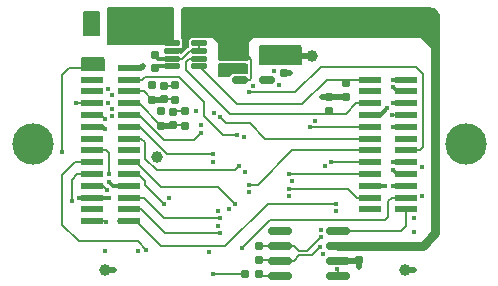
<source format=gbr>
%TF.GenerationSoftware,KiCad,Pcbnew,8.0.0*%
%TF.CreationDate,2024-09-22T13:18:53-04:00*%
%TF.ProjectId,MiniCarrierBoard,4d696e69-4361-4727-9269-6572426f6172,rev?*%
%TF.SameCoordinates,Original*%
%TF.FileFunction,Copper,L1,Top*%
%TF.FilePolarity,Positive*%
%FSLAX46Y46*%
G04 Gerber Fmt 4.6, Leading zero omitted, Abs format (unit mm)*
G04 Created by KiCad (PCBNEW 8.0.0) date 2024-09-22 13:18:53*
%MOMM*%
%LPD*%
G01*
G04 APERTURE LIST*
G04 Aperture macros list*
%AMRoundRect*
0 Rectangle with rounded corners*
0 $1 Rounding radius*
0 $2 $3 $4 $5 $6 $7 $8 $9 X,Y pos of 4 corners*
0 Add a 4 corners polygon primitive as box body*
4,1,4,$2,$3,$4,$5,$6,$7,$8,$9,$2,$3,0*
0 Add four circle primitives for the rounded corners*
1,1,$1+$1,$2,$3*
1,1,$1+$1,$4,$5*
1,1,$1+$1,$6,$7*
1,1,$1+$1,$8,$9*
0 Add four rect primitives between the rounded corners*
20,1,$1+$1,$2,$3,$4,$5,0*
20,1,$1+$1,$4,$5,$6,$7,0*
20,1,$1+$1,$6,$7,$8,$9,0*
20,1,$1+$1,$8,$9,$2,$3,0*%
G04 Aperture macros list end*
%TA.AperFunction,SMDPad,CuDef*%
%ADD10RoundRect,0.160000X-0.160000X0.197500X-0.160000X-0.197500X0.160000X-0.197500X0.160000X0.197500X0*%
%TD*%
%TA.AperFunction,ComponentPad*%
%ADD11C,3.500000*%
%TD*%
%TA.AperFunction,SMDPad,CuDef*%
%ADD12C,1.000000*%
%TD*%
%TA.AperFunction,SMDPad,CuDef*%
%ADD13RoundRect,0.155000X-0.155000X0.212500X-0.155000X-0.212500X0.155000X-0.212500X0.155000X0.212500X0*%
%TD*%
%TA.AperFunction,SMDPad,CuDef*%
%ADD14RoundRect,0.125000X-0.537500X-0.125000X0.537500X-0.125000X0.537500X0.125000X-0.537500X0.125000X0*%
%TD*%
%TA.AperFunction,SMDPad,CuDef*%
%ADD15R,1.850000X0.500000*%
%TD*%
%TA.AperFunction,SMDPad,CuDef*%
%ADD16RoundRect,0.160000X0.160000X-0.197500X0.160000X0.197500X-0.160000X0.197500X-0.160000X-0.197500X0*%
%TD*%
%TA.AperFunction,SMDPad,CuDef*%
%ADD17RoundRect,0.155000X0.155000X-0.212500X0.155000X0.212500X-0.155000X0.212500X-0.155000X-0.212500X0*%
%TD*%
%TA.AperFunction,SMDPad,CuDef*%
%ADD18RoundRect,0.250000X0.337500X0.475000X-0.337500X0.475000X-0.337500X-0.475000X0.337500X-0.475000X0*%
%TD*%
%TA.AperFunction,SMDPad,CuDef*%
%ADD19RoundRect,0.250000X0.400000X0.625000X-0.400000X0.625000X-0.400000X-0.625000X0.400000X-0.625000X0*%
%TD*%
%TA.AperFunction,SMDPad,CuDef*%
%ADD20RoundRect,0.150000X-0.512500X-0.150000X0.512500X-0.150000X0.512500X0.150000X-0.512500X0.150000X0*%
%TD*%
%TA.AperFunction,SMDPad,CuDef*%
%ADD21RoundRect,0.150000X0.825000X0.150000X-0.825000X0.150000X-0.825000X-0.150000X0.825000X-0.150000X0*%
%TD*%
%TA.AperFunction,SMDPad,CuDef*%
%ADD22RoundRect,0.160000X0.197500X0.160000X-0.197500X0.160000X-0.197500X-0.160000X0.197500X-0.160000X0*%
%TD*%
%TA.AperFunction,ViaPad*%
%ADD23C,0.450000*%
%TD*%
%TA.AperFunction,ViaPad*%
%ADD24C,1.000000*%
%TD*%
%TA.AperFunction,Conductor*%
%ADD25C,0.800000*%
%TD*%
%TA.AperFunction,Conductor*%
%ADD26C,0.200000*%
%TD*%
%TA.AperFunction,Conductor*%
%ADD27C,0.500000*%
%TD*%
%TA.AperFunction,Conductor*%
%ADD28C,0.300000*%
%TD*%
G04 APERTURE END LIST*
D10*
%TO.P,R7,1*%
%TO.N,Net-(J6-Pin_3)*%
X94000000Y-95602500D03*
%TO.P,R7,2*%
%TO.N,PC0{slash}ADC1_IN10*%
X94000000Y-96797500D03*
%TD*%
D11*
%TO.P,H2,1,1*%
%TO.N,GND*%
X83900000Y-100600000D03*
%TD*%
D12*
%TO.P,TP4,1,1*%
%TO.N,+3V3*%
X107600000Y-93100000D03*
%TD*%
D13*
%TO.P,C2,1*%
%TO.N,+3V3*%
X105200000Y-93432500D03*
%TO.P,C2,2*%
%TO.N,GND*%
X105200000Y-94567500D03*
%TD*%
D14*
%TO.P,U3,1,IN+*%
%TO.N,Net-(J6-Pin_1)*%
X95725000Y-92025000D03*
%TO.P,U3,2,IN-*%
%TO.N,+5V*%
X95725000Y-92675000D03*
%TO.P,U3,3,GND*%
%TO.N,GND*%
X95725000Y-93325000D03*
%TO.P,U3,4,VS*%
%TO.N,+3V3*%
X95725000Y-93975000D03*
%TO.P,U3,5,SCL*%
%TO.N,PB8{slash}I2C1_SCL*%
X98000000Y-93975000D03*
%TO.P,U3,6,SDA*%
%TO.N,PB9{slash}I2C1_SDA*%
X98000000Y-93325000D03*
%TO.P,U3,7,A0*%
%TO.N,GND*%
X98000000Y-92675000D03*
%TO.P,U3,8,A1*%
X98000000Y-92025000D03*
%TD*%
D15*
%TO.P,J1,1,Pin_1*%
%TO.N,PB7{slash}TIM4_CH2*%
X115525000Y-95100000D03*
%TO.P,J1,2,Pin_2*%
%TO.N,PB8{slash}I2C1_SCL*%
X112475000Y-95100000D03*
%TO.P,J1,3,Pin_3*%
%TO.N,GND*%
X115525000Y-96100000D03*
%TO.P,J1,4,Pin_4*%
%TO.N,/BOOT0*%
X112475000Y-96100000D03*
%TO.P,J1,5,Pin_5*%
%TO.N,GND*%
X115525000Y-97100000D03*
%TO.P,J1,6,Pin_6*%
%TO.N,PB9{slash}I2C1_SDA*%
X112475000Y-97100000D03*
%TO.P,J1,7,Pin_7*%
%TO.N,PB14{slash}SPI2_MISO*%
X115525000Y-98100000D03*
%TO.P,J1,8,Pin_8*%
%TO.N,GND*%
X112475000Y-98100000D03*
%TO.P,J1,9,Pin_9*%
X115525000Y-99100000D03*
%TO.P,J1,10,Pin_10*%
%TO.N,PB6{slash}CAN2_TX*%
X112475000Y-99100000D03*
%TO.P,J1,11,Pin_11*%
%TO.N,/BOOT1*%
X115525000Y-100100000D03*
%TO.P,J1,12,Pin_12*%
%TO.N,SWO*%
X112475000Y-100100000D03*
%TO.P,J1,13,Pin_13*%
%TO.N,SWCLK*%
X115525000Y-101100000D03*
%TO.P,J1,14,Pin_14*%
%TO.N,PA15{slash}TIM2_CH1*%
X112475000Y-101100000D03*
%TO.P,J1,15,Pin_15*%
%TO.N,PA10{slash}USART1_RX*%
X115525000Y-102100000D03*
%TO.P,J1,16,Pin_16*%
%TO.N,SWDIO*%
X112475000Y-102100000D03*
%TO.P,J1,17,Pin_17*%
%TO.N,GND*%
X115525000Y-103100000D03*
%TO.P,J1,18,Pin_18*%
%TO.N,PC7{slash}USART6_RX*%
X112475000Y-103100000D03*
%TO.P,J1,19,Pin_19*%
%TO.N,PA9{slash}USART1_TX*%
X115525000Y-104100000D03*
%TO.P,J1,20,Pin_20*%
%TO.N,GND*%
X112475000Y-104100000D03*
%TO.P,J1,21,Pin_21*%
%TO.N,PA8{slash}TIM1_CH1*%
X115525000Y-105100000D03*
%TO.P,J1,22,Pin_22*%
%TO.N,PC6{slash}USART6_TX*%
X112475000Y-105100000D03*
%TO.P,J1,23,Pin_23*%
%TO.N,PB12{slash}CAN2_RX*%
X115525000Y-106100000D03*
%TO.P,J1,24,Pin_24*%
%TO.N,PB15{slash}SPI2_MOSI*%
X112475000Y-106100000D03*
%TD*%
D16*
%TO.P,R4,1*%
%TO.N,+3V3*%
X110400000Y-96597500D03*
%TO.P,R4,2*%
%TO.N,PB8{slash}I2C1_SCL*%
X110400000Y-95402500D03*
%TD*%
D17*
%TO.P,C10,1*%
%TO.N,PC2{slash}ADC1_IN12*%
X95800000Y-98967500D03*
%TO.P,C10,2*%
%TO.N,GND*%
X95800000Y-97832500D03*
%TD*%
D12*
%TO.P,TP1,1,1*%
%TO.N,+5V*%
X100800000Y-90000000D03*
%TD*%
%TO.P,TP2,1,1*%
%TO.N,GND*%
X90000000Y-111200000D03*
%TD*%
D18*
%TO.P,C5,1*%
%TO.N,Net-(J6-Pin_1)*%
X91037500Y-90100000D03*
%TO.P,C5,2*%
%TO.N,GND*%
X88962500Y-90100000D03*
%TD*%
D11*
%TO.P,H1,1,1*%
%TO.N,unconnected-(H1-Pad1)*%
X120600000Y-100600000D03*
%TD*%
D13*
%TO.P,C1,1*%
%TO.N,+5V*%
X100000000Y-93007500D03*
%TO.P,C1,2*%
%TO.N,GND*%
X100000000Y-94142500D03*
%TD*%
D19*
%TO.P,R11,1*%
%TO.N,+5V*%
X97750000Y-90100000D03*
%TO.P,R11,2*%
%TO.N,Net-(J6-Pin_1)*%
X94650000Y-90100000D03*
%TD*%
D12*
%TO.P,TP3,1,1*%
%TO.N,GND*%
X115400000Y-111200000D03*
%TD*%
D16*
%TO.P,R9,1*%
%TO.N,PC0{slash}ADC1_IN10*%
X96000000Y-96797500D03*
%TO.P,R9,2*%
%TO.N,GND*%
X96000000Y-95602500D03*
%TD*%
%TO.P,R5,1*%
%TO.N,Net-(J5-Pin_15)*%
X103100000Y-110397500D03*
%TO.P,R5,2*%
%TO.N,Net-(J5-Pin_14)*%
X103100000Y-109202500D03*
%TD*%
%TO.P,R10,1*%
%TO.N,PC2{slash}ADC1_IN12*%
X96800000Y-98997500D03*
%TO.P,R10,2*%
%TO.N,GND*%
X96800000Y-97802500D03*
%TD*%
D13*
%TO.P,C6,1*%
%TO.N,+5V*%
X111502500Y-109222500D03*
%TO.P,C6,2*%
%TO.N,GND*%
X111502500Y-110357500D03*
%TD*%
D17*
%TO.P,C9,1*%
%TO.N,PC0{slash}ADC1_IN10*%
X95000000Y-96767500D03*
%TO.P,C9,2*%
%TO.N,GND*%
X95000000Y-95632500D03*
%TD*%
%TO.P,C3,1*%
%TO.N,+3V3*%
X94262500Y-94167500D03*
%TO.P,C3,2*%
%TO.N,GND*%
X94262500Y-93032500D03*
%TD*%
D10*
%TO.P,R8,1*%
%TO.N,Net-(J6-Pin_4)*%
X94800000Y-97802500D03*
%TO.P,R8,2*%
%TO.N,PC2{slash}ADC1_IN12*%
X94800000Y-98997500D03*
%TD*%
D20*
%TO.P,U2,1,IN*%
%TO.N,+5V*%
X101462500Y-93225000D03*
%TO.P,U2,2,GND*%
%TO.N,GND*%
X101462500Y-94175000D03*
%TO.P,U2,3,EN*%
%TO.N,+5V*%
X101462500Y-95125000D03*
%TO.P,U2,4,NC*%
%TO.N,unconnected-(U2-NC-Pad4)*%
X103737500Y-95125000D03*
%TO.P,U2,5,OUT*%
%TO.N,+3V3*%
X103737500Y-93225000D03*
%TD*%
D21*
%TO.P,U1,1,TXD*%
%TO.N,PB6{slash}CAN2_TX*%
X109775000Y-111705000D03*
%TO.P,U1,2,VSS*%
%TO.N,GND*%
X109775000Y-110435000D03*
%TO.P,U1,3,VDD*%
%TO.N,+5V*%
X109775000Y-109165000D03*
%TO.P,U1,4,RXD*%
%TO.N,PB12{slash}CAN2_RX*%
X109775000Y-107895000D03*
%TO.P,U1,5,Vref*%
%TO.N,unconnected-(U1-Vref-Pad5)*%
X104825000Y-107895000D03*
%TO.P,U1,6,CANL*%
%TO.N,Net-(J5-Pin_14)*%
X104825000Y-109165000D03*
%TO.P,U1,7,CANH*%
%TO.N,Net-(J5-Pin_15)*%
X104825000Y-110435000D03*
%TO.P,U1,8,Rs*%
%TO.N,Net-(U1-Rs)*%
X104825000Y-111705000D03*
%TD*%
D22*
%TO.P,R6,1*%
%TO.N,Net-(U1-Rs)*%
X103097500Y-111600000D03*
%TO.P,R6,2*%
%TO.N,GND*%
X101902500Y-111600000D03*
%TD*%
D15*
%TO.P,J2,1,Pin_1*%
%TO.N,GND*%
X92025000Y-94100000D03*
%TO.P,J2,2,Pin_2*%
%TO.N,+5V*%
X88975000Y-94100000D03*
%TO.P,J2,3,Pin_3*%
%TO.N,PA2{slash}USART2_TX*%
X92025000Y-95100000D03*
%TO.P,J2,4,Pin_4*%
%TO.N,GND*%
X88975000Y-95100000D03*
%TO.P,J2,5,Pin_5*%
%TO.N,PC0{slash}ADC1_IN10*%
X92025000Y-96100000D03*
%TO.P,J2,6,Pin_6*%
%TO.N,NRST*%
X88975000Y-96100000D03*
%TO.P,J2,7,Pin_7*%
%TO.N,PC2{slash}ADC1_IN12*%
X92025000Y-97100000D03*
%TO.P,J2,8,Pin_8*%
%TO.N,/PC1*%
X88975000Y-97100000D03*
%TO.P,J2,9,Pin_9*%
%TO.N,PA0{slash}UART4_TX{slash}TIM5_CH1*%
X92025000Y-98100000D03*
%TO.P,J2,10,Pin_10*%
%TO.N,PA3{slash}USART2_RX*%
X88975000Y-98100000D03*
%TO.P,J2,11,Pin_11*%
%TO.N,PA1{slash}UART4_RX{slash}TIM5_CH2*%
X92025000Y-99100000D03*
%TO.P,J2,12,Pin_12*%
%TO.N,GND*%
X88975000Y-99100000D03*
%TO.P,J2,13,Pin_13*%
%TO.N,PA4{slash}ADC1_IN4{slash}DAC_OUT1*%
X92025000Y-100100000D03*
%TO.P,J2,14,Pin_14*%
%TO.N,unconnected-(J2-Pin_14-Pad14)*%
X88975000Y-100100000D03*
%TO.P,J2,15,Pin_15*%
%TO.N,GND*%
X92025000Y-101100000D03*
%TO.P,J2,16,Pin_16*%
%TO.N,PA6{slash}TIM3_CH1{slash}ADC1_IN6*%
X88975000Y-101100000D03*
%TO.P,J2,17,Pin_17*%
%TO.N,PC4{slash}ADC1_IN14*%
X92025000Y-102100000D03*
%TO.P,J2,18,Pin_18*%
%TO.N,PA7{slash}ADC1_IN7*%
X88975000Y-102100000D03*
%TO.P,J2,19,Pin_19*%
%TO.N,PB0{slash}TIM3_CH3{slash}ADC1_IN8*%
X92025000Y-103100000D03*
%TO.P,J2,20,Pin_20*%
%TO.N,PC3{slash}ADC1_IN13*%
X88975000Y-103100000D03*
%TO.P,J2,21,Pin_21*%
%TO.N,GND*%
X92025000Y-104100000D03*
%TO.P,J2,22,Pin_22*%
%TO.N,PB1{slash}TIM3_CH4{slash}ADC1_IN9*%
X88975000Y-104100000D03*
%TO.P,J2,23,Pin_23*%
%TO.N,PB10{slash}USART3_TX*%
X92025000Y-105100000D03*
%TO.P,J2,24,Pin_24*%
%TO.N,GND*%
X88975000Y-105100000D03*
%TO.P,J2,25,Pin_25*%
%TO.N,PB11{slash}USART3_RX*%
X92025000Y-106100000D03*
%TO.P,J2,26,Pin_26*%
%TO.N,USB_D-*%
X88975000Y-106100000D03*
%TO.P,J2,27,Pin_27*%
%TO.N,PB13{slash}SPI2_SCK*%
X92025000Y-107100000D03*
%TO.P,J2,28,Pin_28*%
%TO.N,USB_D+*%
X88975000Y-107100000D03*
%TD*%
D10*
%TO.P,R3,1*%
%TO.N,+3V3*%
X109000000Y-96602500D03*
%TO.P,R3,2*%
%TO.N,PB9{slash}I2C1_SDA*%
X109000000Y-97797500D03*
%TD*%
D23*
%TO.N,+5V*%
X88400000Y-93600000D03*
X115800000Y-91200000D03*
X116600000Y-91200000D03*
X97750000Y-90100000D03*
X117200000Y-91200000D03*
X89200000Y-93600000D03*
X86400000Y-101200000D03*
X96800000Y-90200000D03*
X96800000Y-89400000D03*
X118000000Y-91200000D03*
%TO.N,USB_D+*%
X90100000Y-107150000D03*
%TO.N,USB_D-*%
X89500000Y-106100000D03*
%TO.N,GND*%
X97750000Y-97725000D03*
X114400000Y-102750003D03*
X90800000Y-111200000D03*
X90396045Y-103776632D03*
X116870730Y-102500000D03*
X114400000Y-97100000D03*
X95459621Y-105140379D03*
X88700000Y-91100000D03*
X101859621Y-102925000D03*
X101365838Y-94023374D03*
X105841405Y-103703512D03*
X92025000Y-101100000D03*
X98800000Y-109725000D03*
X93271232Y-93928768D03*
X114400000Y-99100000D03*
X116025000Y-103100000D03*
X98200000Y-98949997D03*
X102200000Y-104650003D03*
X90325002Y-95936193D03*
X90325002Y-97100000D03*
X108298812Y-107820414D03*
X90600000Y-97600000D03*
X111502500Y-111000000D03*
X108528885Y-109875000D03*
X90645866Y-98178394D03*
X109775000Y-110435000D03*
X105700000Y-94567500D03*
X94262500Y-93032500D03*
X92862620Y-109627475D03*
X116200000Y-111200000D03*
X99600000Y-107500003D03*
X104350000Y-94350000D03*
X101900000Y-94200000D03*
X99600000Y-106199997D03*
X100406588Y-94549088D03*
X107800000Y-98575000D03*
X116200000Y-108000000D03*
X113749997Y-104100000D03*
X90000000Y-109650000D03*
X95800000Y-97832502D03*
X116875002Y-105000000D03*
X104800000Y-95600000D03*
X100540379Y-106059621D03*
X89300000Y-91100000D03*
X102600000Y-95675000D03*
X105600000Y-105000003D03*
X99186905Y-111575000D03*
X88475000Y-95100000D03*
X90400000Y-105100000D03*
X100000000Y-94142500D03*
X87807420Y-105168602D03*
X95000000Y-95602500D03*
X114400000Y-95750003D03*
X99269094Y-97907530D03*
X109600000Y-106250003D03*
X90075001Y-99324999D03*
X108629141Y-102410842D03*
X101832420Y-100007698D03*
X116200000Y-106800000D03*
X99200000Y-102050003D03*
X113947463Y-97553904D03*
X90618258Y-96430793D03*
%TO.N,+3V3*%
X106400000Y-93400000D03*
X105000000Y-92600000D03*
X104200000Y-92600000D03*
X105800000Y-93400000D03*
X105800000Y-92600000D03*
X108400000Y-96600000D03*
X94262500Y-94167500D03*
X103400000Y-92600000D03*
X106400000Y-92600000D03*
X95725000Y-93999999D03*
%TO.N,PA6{slash}TIM3_CH1{slash}ADC1_IN6*%
X90410595Y-103126793D03*
%TO.N,NRST*%
X88975000Y-96100000D03*
%TO.N,SWO*%
X99800000Y-98282553D03*
%TO.N,SWDIO*%
X109200000Y-102100000D03*
%TO.N,SWCLK*%
X102200000Y-96200000D03*
%TO.N,PA8{slash}TIM1_CH1*%
X101600000Y-109400000D03*
%TO.N,PC4{slash}ADC1_IN14*%
X101000000Y-105600000D03*
%TO.N,PA2{slash}USART2_TX*%
X101209219Y-99822974D03*
%TO.N,PA15{slash}TIM2_CH1*%
X102200000Y-104000000D03*
%TO.N,PA10{slash}USART1_RX*%
X114400000Y-102100000D03*
%TO.N,PB9{slash}I2C1_SDA*%
X112475000Y-97100000D03*
%TO.N,PC6{slash}USART6_TX*%
X105600000Y-104350000D03*
%TO.N,PB13{slash}SPI2_SCK*%
X109600000Y-105600000D03*
%TO.N,PB15{slash}SPI2_MOSI*%
X112475000Y-106100000D03*
%TO.N,PB8{slash}I2C1_SCL*%
X112475000Y-95100000D03*
%TO.N,PB7{slash}TIM4_CH2*%
X114400000Y-95100000D03*
%TO.N,PC7{slash}USART6_RX*%
X105600000Y-103100000D03*
%TO.N,PB14{slash}SPI2_MISO*%
X114300000Y-98100000D03*
%TO.N,PA9{slash}USART1_TX*%
X114400000Y-104100000D03*
%TO.N,PA3{slash}USART2_RX*%
X90057841Y-98455396D03*
%TO.N,PA1{slash}UART4_RX{slash}TIM5_CH2*%
X99200000Y-101400000D03*
%TO.N,PB1{slash}TIM3_CH4{slash}ADC1_IN9*%
X90242351Y-104469405D03*
%TO.N,PB11{slash}USART3_RX*%
X99804471Y-108117007D03*
%TO.N,PB10{slash}USART3_TX*%
X99800000Y-106850000D03*
%TO.N,PA7{slash}ADC1_IN7*%
X93500000Y-109500000D03*
%TO.N,PA0{slash}UART4_TX{slash}TIM5_CH1*%
X98200000Y-99600000D03*
%TO.N,PB0{slash}TIM3_CH3{slash}ADC1_IN8*%
X95000000Y-105600000D03*
%TO.N,/PC1*%
X87600000Y-97100000D03*
D24*
%TO.N,unconnected-(J14-MountPin-PadMP)_0*%
X94400000Y-101625000D03*
D23*
%TO.N,PA4{slash}ADC1_IN4{slash}DAC_OUT1*%
X101400000Y-102400000D03*
%TO.N,PB6{slash}CAN2_TX*%
X109700000Y-111160000D03*
X107400000Y-99100000D03*
%TO.N,PC3{slash}ADC1_IN13*%
X87200000Y-105400000D03*
%TO.N,Net-(J6-Pin_1)*%
X92400000Y-89400000D03*
X92000000Y-89800000D03*
X92400000Y-90200000D03*
X92400000Y-91000000D03*
X92000000Y-90600000D03*
%TO.N,Net-(J5-Pin_15)*%
X108274187Y-109269796D03*
%TO.N,Net-(J5-Pin_14)*%
X108304995Y-108470387D03*
%TO.N,Net-(J6-Pin_4)*%
X94800000Y-97802500D03*
%TO.N,Net-(J6-Pin_3)*%
X94000000Y-95602500D03*
%TD*%
D25*
%TO.N,+5V*%
X116935000Y-109165000D02*
X109775000Y-109165000D01*
D26*
X86400000Y-94700000D02*
X87000000Y-94100000D01*
D25*
X118000000Y-91200000D02*
X118000000Y-108100000D01*
D27*
X101462500Y-93225000D02*
X100217500Y-93225000D01*
X109775000Y-109165000D02*
X111445000Y-109165000D01*
D26*
X102425000Y-93425000D02*
X102225000Y-93225000D01*
X87000000Y-94100000D02*
X88475000Y-94100000D01*
X102425000Y-94975000D02*
X102425000Y-93425000D01*
D25*
X118000000Y-108100000D02*
X116935000Y-109165000D01*
D26*
X86400000Y-101200000D02*
X86400000Y-94700000D01*
D27*
X111445000Y-109165000D02*
X111502500Y-109222500D01*
D26*
X102275000Y-95125000D02*
X102425000Y-94975000D01*
X101462500Y-95125000D02*
X102275000Y-95125000D01*
D27*
X100217500Y-93225000D02*
X100000000Y-93007500D01*
D26*
X102225000Y-93225000D02*
X101462500Y-93225000D01*
%TO.N,USB_D+*%
X90100000Y-107150000D02*
X90050000Y-107100000D01*
X90050000Y-107100000D02*
X88975000Y-107100000D01*
%TO.N,USB_D-*%
X88975000Y-106100000D02*
X89500000Y-106100000D01*
D28*
%TO.N,GND*%
X90400000Y-105100000D02*
X88975000Y-105100000D01*
D26*
X96571814Y-93325000D02*
X95725000Y-93325000D01*
D28*
X89850002Y-99100000D02*
X88475000Y-99100000D01*
X113401367Y-98100000D02*
X112475000Y-98100000D01*
X94262500Y-93032500D02*
X94555000Y-93325000D01*
D27*
X100000000Y-94142500D02*
X100032500Y-94175000D01*
X109775000Y-110435000D02*
X111425000Y-110435000D01*
D28*
X114749997Y-96100000D02*
X116225000Y-96100000D01*
D27*
X100032500Y-94175000D02*
X101462500Y-94175000D01*
X111425000Y-110435000D02*
X111502500Y-110357500D01*
D26*
X98000000Y-92675000D02*
X97221814Y-92675000D01*
X101462500Y-94120036D02*
X101365838Y-94023374D01*
D28*
X113749997Y-104100000D02*
X112475000Y-104100000D01*
D26*
X95230000Y-95632500D02*
X95200000Y-95602500D01*
D28*
X90719413Y-104100000D02*
X92025000Y-104100000D01*
X87876022Y-105100000D02*
X87807420Y-105168602D01*
D26*
X96000000Y-95632500D02*
X95030000Y-95632500D01*
D27*
X111502500Y-111000000D02*
X111502500Y-110357500D01*
D28*
X114400000Y-99100000D02*
X115525000Y-99100000D01*
D27*
X90000000Y-111200000D02*
X90800000Y-111200000D01*
D28*
X115525000Y-96100000D02*
X114749997Y-96100000D01*
D26*
X101462500Y-94175000D02*
X101462500Y-94120036D01*
D27*
X115400000Y-111200000D02*
X116200000Y-111200000D01*
X93100000Y-94100000D02*
X91525000Y-94100000D01*
D26*
X95830000Y-97802500D02*
X95800000Y-97832500D01*
D28*
X114400000Y-95750003D02*
X114749997Y-96100000D01*
X94555000Y-93325000D02*
X95725000Y-93325000D01*
D27*
X105700000Y-94567500D02*
X105200000Y-94567500D01*
D26*
X100000000Y-94142500D02*
X100406588Y-94549088D01*
D28*
X114749997Y-103100000D02*
X114400000Y-102750003D01*
X90075001Y-99324999D02*
X89850002Y-99100000D01*
D26*
X97221814Y-92675000D02*
X96571814Y-93325000D01*
D28*
X109775000Y-110435000D02*
X109691620Y-110435000D01*
X114400000Y-97100000D02*
X115525000Y-97100000D01*
X113947463Y-97553904D02*
X113401367Y-98100000D01*
D26*
X101462500Y-94175000D02*
X101875000Y-94175000D01*
X96800000Y-97802500D02*
X95830000Y-97802500D01*
D28*
X90396045Y-103776632D02*
X90719413Y-104100000D01*
X88975000Y-105100000D02*
X87876022Y-105100000D01*
D26*
X98000000Y-92025000D02*
X98000000Y-92675000D01*
D28*
X115525000Y-103100000D02*
X114749997Y-103100000D01*
D27*
X93271232Y-93928768D02*
X93100000Y-94100000D01*
D26*
X99211905Y-111600000D02*
X101902500Y-111600000D01*
X101875000Y-94175000D02*
X101900000Y-94200000D01*
X99186905Y-111575000D02*
X99211905Y-111600000D01*
D27*
%TO.N,+3V3*%
X108400000Y-96600000D02*
X110397500Y-96600000D01*
X110397500Y-96600000D02*
X110400000Y-96597500D01*
X107600000Y-93100000D02*
X105532500Y-93100000D01*
D28*
X94455000Y-93975000D02*
X94262500Y-94167500D01*
X95725000Y-93975000D02*
X94455000Y-93975000D01*
D27*
X105532500Y-93100000D02*
X105200000Y-93432500D01*
D26*
%TO.N,PA6{slash}TIM3_CH1{slash}ADC1_IN6*%
X90150000Y-101100000D02*
X88275000Y-101100000D01*
X90410595Y-103126793D02*
X90410595Y-101360595D01*
X90410595Y-101360595D02*
X90150000Y-101100000D01*
%TO.N,NRST*%
X88975000Y-96100000D02*
X88475000Y-96100000D01*
%TO.N,SWO*%
X103600000Y-100100000D02*
X112975000Y-100100000D01*
X99800000Y-98282553D02*
X100317447Y-98800000D01*
X100317447Y-98800000D02*
X102300000Y-98800000D01*
X102300000Y-98800000D02*
X103600000Y-100100000D01*
%TO.N,SWDIO*%
X109200000Y-102100000D02*
X112975000Y-102100000D01*
%TO.N,SWCLK*%
X116387500Y-94000000D02*
X117000000Y-94612500D01*
X108300000Y-94000000D02*
X116387500Y-94000000D01*
X102200000Y-96200000D02*
X106100000Y-96200000D01*
X116700000Y-101100000D02*
X116025000Y-101100000D01*
X117000000Y-100800000D02*
X116700000Y-101100000D01*
X106100000Y-96200000D02*
X108300000Y-94000000D01*
X117000000Y-94612500D02*
X117000000Y-100800000D01*
%TO.N,PA8{slash}TIM1_CH1*%
X114000000Y-106700000D02*
X114000000Y-105400000D01*
X114300000Y-105100000D02*
X116025000Y-105100000D01*
X114000000Y-105400000D02*
X114300000Y-105100000D01*
X104000000Y-107000000D02*
X113700000Y-107000000D01*
X113700000Y-107000000D02*
X114000000Y-106700000D01*
X101600000Y-109400000D02*
X104000000Y-107000000D01*
%TO.N,PC4{slash}ADC1_IN14*%
X101000000Y-105600000D02*
X99600000Y-104200000D01*
X99600000Y-104200000D02*
X94800000Y-104200000D01*
X94800000Y-104200000D02*
X92700000Y-102100000D01*
X92700000Y-102100000D02*
X91525000Y-102100000D01*
%TO.N,PA2{slash}USART2_TX*%
X98400000Y-97000000D02*
X96620000Y-95220000D01*
X96620000Y-95210028D02*
X96309972Y-94900000D01*
X98400000Y-98200000D02*
X98400000Y-97000000D01*
X96309972Y-94900000D02*
X93400000Y-94900000D01*
X100022974Y-99822974D02*
X98400000Y-98200000D01*
X96620000Y-95220000D02*
X96620000Y-95210028D01*
X93200000Y-95100000D02*
X91525000Y-95100000D01*
X101209219Y-99822974D02*
X100022974Y-99822974D01*
X93400000Y-94900000D02*
X93200000Y-95100000D01*
%TO.N,PA15{slash}TIM2_CH1*%
X103000000Y-104000000D02*
X105900000Y-101100000D01*
X102200000Y-104000000D02*
X103000000Y-104000000D01*
X105900000Y-101100000D02*
X112975000Y-101100000D01*
%TO.N,PA10{slash}USART1_RX*%
X114400000Y-102100000D02*
X116025000Y-102100000D01*
%TO.N,PB9{slash}I2C1_SDA*%
X96862500Y-94262500D02*
X96862500Y-93600000D01*
X112475000Y-97100000D02*
X111300000Y-97100000D01*
X110400000Y-98000000D02*
X100600000Y-98000000D01*
X112475000Y-97100000D02*
X112000000Y-97100000D01*
X111300000Y-97100000D02*
X110400000Y-98000000D01*
X97137500Y-93325000D02*
X98000000Y-93325000D01*
X100600000Y-98000000D02*
X96862500Y-94262500D01*
X96862500Y-93600000D02*
X97137500Y-93325000D01*
%TO.N,PC6{slash}USART6_TX*%
X111350000Y-105100000D02*
X112975000Y-105100000D01*
X105600000Y-104350000D02*
X110600000Y-104350000D01*
X110600000Y-104350000D02*
X111350000Y-105100000D01*
%TO.N,PB13{slash}SPI2_SCK*%
X100200000Y-109200000D02*
X103800000Y-105600000D01*
X92700000Y-107100000D02*
X94800000Y-109200000D01*
D27*
X92424999Y-107103296D02*
X92421703Y-107100000D01*
D26*
X92025000Y-107100000D02*
X92700000Y-107100000D01*
D27*
X92421703Y-107100000D02*
X91325000Y-107100000D01*
D26*
X94800000Y-109200000D02*
X100200000Y-109200000D01*
X103800000Y-105600000D02*
X109600000Y-105600000D01*
%TO.N,PB8{slash}I2C1_SCL*%
X98000000Y-93975000D02*
X98000000Y-94037500D01*
X101225000Y-97200000D02*
X98000000Y-93975000D01*
X106700000Y-97200000D02*
X101225000Y-97200000D01*
X112475000Y-95100000D02*
X108800000Y-95100000D01*
X108800000Y-95100000D02*
X106700000Y-97200000D01*
%TO.N,PB7{slash}TIM4_CH2*%
X114400000Y-95100000D02*
X115525000Y-95100000D01*
%TO.N,PC7{slash}USART6_RX*%
X112946231Y-103071231D02*
X112975000Y-103100000D01*
X105600000Y-103100000D02*
X105628769Y-103071231D01*
X105628769Y-103071231D02*
X112946231Y-103071231D01*
%TO.N,PB14{slash}SPI2_MISO*%
X114300000Y-98100000D02*
X115525000Y-98100000D01*
%TO.N,PA9{slash}USART1_TX*%
X114400000Y-104100000D02*
X116025000Y-104100000D01*
%TO.N,PA3{slash}USART2_RX*%
X90057841Y-98455396D02*
X89702445Y-98100000D01*
X89702445Y-98100000D02*
X88975000Y-98100000D01*
%TO.N,PA1{slash}UART4_RX{slash}TIM5_CH2*%
X95200000Y-101293629D02*
X93006371Y-99100000D01*
X95300000Y-101400000D02*
X95200000Y-101300000D01*
X95200000Y-101300000D02*
X95200000Y-101293629D01*
X93006371Y-99100000D02*
X91525000Y-99100000D01*
X99200000Y-101400000D02*
X95300000Y-101400000D01*
%TO.N,PB1{slash}TIM3_CH4{slash}ADC1_IN9*%
X89872946Y-104100000D02*
X88275000Y-104100000D01*
X90242351Y-104469405D02*
X89872946Y-104100000D01*
%TO.N,PB11{slash}USART3_RX*%
X99804471Y-108117007D02*
X99790979Y-108103515D01*
X95103515Y-108103515D02*
X93100000Y-106100000D01*
X93100000Y-106100000D02*
X91525000Y-106100000D01*
X99790979Y-108103515D02*
X95103515Y-108103515D01*
%TO.N,PB10{slash}USART3_TX*%
X95050000Y-106850000D02*
X93300000Y-105100000D01*
X93300000Y-105100000D02*
X91525000Y-105100000D01*
X99800000Y-106850000D02*
X95050000Y-106850000D01*
%TO.N,PA7{slash}ADC1_IN7*%
X92800000Y-108800000D02*
X87800000Y-108800000D01*
X86400000Y-103200000D02*
X87500000Y-102100000D01*
X86400000Y-107400000D02*
X86400000Y-103200000D01*
X93500000Y-109500000D02*
X92800000Y-108800000D01*
X87800000Y-108800000D02*
X86400000Y-107400000D01*
X87500000Y-102100000D02*
X88475000Y-102100000D01*
%TO.N,PA0{slash}UART4_TX{slash}TIM5_CH1*%
X94180000Y-99380000D02*
X94180000Y-99389972D01*
X94990028Y-100200000D02*
X97600000Y-100200000D01*
X97600000Y-100200000D02*
X98200000Y-99600000D01*
X94180000Y-99389972D02*
X94990028Y-100200000D01*
X92900000Y-98100000D02*
X94180000Y-99380000D01*
X92025000Y-98100000D02*
X92900000Y-98100000D01*
%TO.N,PC0{slash}ADC1_IN10*%
X94032500Y-96800000D02*
X94000000Y-96767500D01*
X95030000Y-96767500D02*
X95000000Y-96797500D01*
X96000000Y-96767500D02*
X95030000Y-96767500D01*
X93302500Y-96100000D02*
X94000000Y-96797500D01*
X91525000Y-96100000D02*
X93302500Y-96100000D01*
X94000000Y-96797500D02*
X94030000Y-96767500D01*
D27*
X94000000Y-96797500D02*
X95000000Y-96797500D01*
D26*
X91227500Y-95997500D02*
X91227500Y-96002500D01*
%TO.N,PB0{slash}TIM3_CH3{slash}ADC1_IN8*%
X92800000Y-103100000D02*
X91525000Y-103100000D01*
X93400000Y-104000000D02*
X93400000Y-103700000D01*
X93400000Y-103700000D02*
X92800000Y-103100000D01*
X95000000Y-105600000D02*
X93400000Y-104000000D01*
%TO.N,/PC1*%
X87600000Y-97100000D02*
X88475000Y-97100000D01*
%TO.N,PA4{slash}ADC1_IN4{slash}DAC_OUT1*%
X93400000Y-101800000D02*
X93400000Y-100400000D01*
X94400000Y-102800000D02*
X93400000Y-101800000D01*
X92300000Y-100100000D02*
X91525000Y-100100000D01*
X101400000Y-102400000D02*
X101000000Y-102800000D01*
X101000000Y-102800000D02*
X94400000Y-102800000D01*
X93100000Y-100100000D02*
X92025000Y-100100000D01*
X93400000Y-100400000D02*
X93100000Y-100100000D01*
%TO.N,PC2{slash}ADC1_IN12*%
X92025000Y-97100000D02*
X92902500Y-97100000D01*
X95800000Y-98967500D02*
X96770000Y-98967500D01*
X92902500Y-97100000D02*
X94800000Y-98997500D01*
D27*
X95800000Y-98967500D02*
X95770000Y-98997500D01*
X95770000Y-98997500D02*
X94800000Y-98997500D01*
D26*
X96770000Y-98967500D02*
X96800000Y-98997500D01*
%TO.N,PB6{slash}CAN2_TX*%
X107400000Y-99100000D02*
X112975000Y-99100000D01*
X109775000Y-111235000D02*
X109775000Y-111705000D01*
X109700000Y-111160000D02*
X109775000Y-111235000D01*
%TO.N,PB12{slash}CAN2_RX*%
X115105000Y-107895000D02*
X110675000Y-107895000D01*
X115525000Y-106100000D02*
X115525000Y-107475000D01*
X115525000Y-107475000D02*
X115105000Y-107895000D01*
%TO.N,PC3{slash}ADC1_IN13*%
X87200000Y-103600000D02*
X87700000Y-103100000D01*
X87700000Y-103100000D02*
X88975000Y-103100000D01*
X87200000Y-105400000D02*
X87200000Y-103600000D01*
%TO.N,Net-(J5-Pin_15)*%
X104787500Y-110397500D02*
X104825000Y-110435000D01*
X108274187Y-109269796D02*
X107543983Y-110000000D01*
X106500000Y-110000000D02*
X106065000Y-110435000D01*
X103100000Y-110397500D02*
X104787500Y-110397500D01*
X107543983Y-110000000D02*
X106500000Y-110000000D01*
X106065000Y-110435000D02*
X104825000Y-110435000D01*
%TO.N,Net-(J5-Pin_14)*%
X108304995Y-108470387D02*
X107175382Y-109600000D01*
X103137500Y-109165000D02*
X104825000Y-109165000D01*
X106065000Y-109165000D02*
X104825000Y-109165000D01*
X103100000Y-109202500D02*
X103137500Y-109165000D01*
X106500000Y-109600000D02*
X106065000Y-109165000D01*
X107175382Y-109600000D02*
X106500000Y-109600000D01*
%TO.N,Net-(U1-Rs)*%
X103202500Y-111705000D02*
X103097500Y-111600000D01*
X104825000Y-111705000D02*
X103202500Y-111705000D01*
%TO.N,Net-(J6-Pin_3)*%
X94202500Y-95605000D02*
X94200000Y-95602500D01*
%TD*%
%TA.AperFunction,Conductor*%
%TO.N,+5V*%
G36*
X89943039Y-93219685D02*
G01*
X89988794Y-93272489D01*
X90000000Y-93324000D01*
X90000000Y-94276000D01*
X89980315Y-94343039D01*
X89927511Y-94388794D01*
X89876000Y-94400000D01*
X88124000Y-94400000D01*
X88056961Y-94380315D01*
X88011206Y-94327511D01*
X88000000Y-94276000D01*
X88000000Y-93324000D01*
X88019685Y-93256961D01*
X88072489Y-93211206D01*
X88124000Y-93200000D01*
X89876000Y-93200000D01*
X89943039Y-93219685D01*
G37*
%TD.AperFunction*%
%TD*%
%TA.AperFunction,Conductor*%
%TO.N,+3V3*%
G36*
X106619381Y-92208527D02*
G01*
X106665136Y-92261331D01*
X106676342Y-92312842D01*
X106676342Y-93764842D01*
X106656657Y-93831881D01*
X106603853Y-93877636D01*
X106552342Y-93888842D01*
X103200342Y-93888842D01*
X103133303Y-93869157D01*
X103087548Y-93816353D01*
X103076342Y-93764842D01*
X103076342Y-92312842D01*
X103096027Y-92245803D01*
X103148831Y-92200048D01*
X103200342Y-92188842D01*
X106552342Y-92188842D01*
X106619381Y-92208527D01*
G37*
%TD.AperFunction*%
%TD*%
%TA.AperFunction,Conductor*%
%TO.N,+5V*%
G36*
X117606061Y-89001097D02*
G01*
X117616051Y-89002080D01*
X117743824Y-89014665D01*
X117767652Y-89019404D01*
X117894277Y-89057815D01*
X117916725Y-89067114D01*
X118024085Y-89124500D01*
X118033406Y-89129482D01*
X118053616Y-89142986D01*
X118155891Y-89226920D01*
X118173079Y-89244108D01*
X118257012Y-89346381D01*
X118270517Y-89366593D01*
X118332883Y-89483271D01*
X118342186Y-89505728D01*
X118380593Y-89632338D01*
X118385335Y-89656180D01*
X118398903Y-89793938D01*
X118399500Y-89806092D01*
X118399500Y-92276000D01*
X118379815Y-92343039D01*
X118327011Y-92388794D01*
X118275500Y-92400000D01*
X117651362Y-92400000D01*
X117584323Y-92380315D01*
X117563681Y-92363681D01*
X116800000Y-91600000D01*
X102600000Y-91600000D01*
X102599999Y-91600000D01*
X102200000Y-91999999D01*
X102200000Y-93376000D01*
X102180315Y-93443039D01*
X102127511Y-93488794D01*
X102076000Y-93500000D01*
X100843301Y-93500000D01*
X100829236Y-93499200D01*
X100788067Y-93494500D01*
X100788065Y-93494500D01*
X99724000Y-93494500D01*
X99656961Y-93474815D01*
X99611206Y-93422011D01*
X99600000Y-93370500D01*
X99600000Y-92000000D01*
X99200000Y-91600000D01*
X98691836Y-91600000D01*
X98639434Y-91588383D01*
X98623045Y-91580741D01*
X98623042Y-91580740D01*
X98623041Y-91580740D01*
X98575639Y-91574500D01*
X97424367Y-91574500D01*
X97409339Y-91576478D01*
X97376955Y-91580741D01*
X97376953Y-91580742D01*
X97376951Y-91580742D01*
X97335653Y-91600000D01*
X96500000Y-91600000D01*
X96500000Y-89124500D01*
X96519685Y-89057461D01*
X96572489Y-89011706D01*
X96624000Y-89000500D01*
X117560118Y-89000500D01*
X117593908Y-89000500D01*
X117606061Y-89001097D01*
G37*
%TD.AperFunction*%
%TD*%
%TA.AperFunction,Conductor*%
%TO.N,Net-(J6-Pin_1)*%
G36*
X95843039Y-89020185D02*
G01*
X95888794Y-89072989D01*
X95900000Y-89124500D01*
X95900000Y-92076000D01*
X95880315Y-92143039D01*
X95827511Y-92188794D01*
X95776000Y-92200000D01*
X90324000Y-92200000D01*
X90256961Y-92180315D01*
X90211206Y-92127511D01*
X90200000Y-92076000D01*
X90200000Y-89124500D01*
X90219685Y-89057461D01*
X90272489Y-89011706D01*
X90324000Y-89000500D01*
X95776000Y-89000500D01*
X95843039Y-89020185D01*
G37*
%TD.AperFunction*%
%TD*%
%TA.AperFunction,Conductor*%
%TO.N,GND*%
G36*
X89543039Y-89319685D02*
G01*
X89588794Y-89372489D01*
X89600000Y-89424000D01*
X89600000Y-91276000D01*
X89580315Y-91343039D01*
X89527511Y-91388794D01*
X89476000Y-91400000D01*
X88324000Y-91400000D01*
X88256961Y-91380315D01*
X88211206Y-91327511D01*
X88200000Y-91276000D01*
X88200000Y-89424000D01*
X88219685Y-89356961D01*
X88272489Y-89311206D01*
X88324000Y-89300000D01*
X89476000Y-89300000D01*
X89543039Y-89319685D01*
G37*
%TD.AperFunction*%
%TD*%
%TA.AperFunction,Conductor*%
%TO.N,GND*%
G36*
X100842527Y-93712600D02*
G01*
X100848607Y-93715573D01*
X100916739Y-93725500D01*
X102000500Y-93725500D01*
X102067539Y-93745185D01*
X102113294Y-93797989D01*
X102124500Y-93849500D01*
X102124500Y-94500500D01*
X102104815Y-94567539D01*
X102052011Y-94613294D01*
X102000500Y-94624500D01*
X100916739Y-94624500D01*
X100848608Y-94634426D01*
X100743514Y-94685803D01*
X100660802Y-94768515D01*
X100630521Y-94830459D01*
X100583394Y-94882042D01*
X100519120Y-94900000D01*
X99724000Y-94900000D01*
X99656961Y-94880315D01*
X99611206Y-94827511D01*
X99600000Y-94776000D01*
X99600000Y-93824000D01*
X99619685Y-93756961D01*
X99672489Y-93711206D01*
X99724000Y-93700000D01*
X100788065Y-93700000D01*
X100842527Y-93712600D01*
G37*
%TD.AperFunction*%
%TD*%
%TA.AperFunction,Conductor*%
%TO.N,+5V*%
G36*
X97272920Y-91629253D02*
G01*
X97191753Y-91710420D01*
X97143240Y-91814456D01*
X97137000Y-91861859D01*
X97137000Y-92188132D01*
X97137001Y-92188138D01*
X97143241Y-92235545D01*
X97143242Y-92235547D01*
X97143243Y-92235552D01*
X97145859Y-92241161D01*
X97156351Y-92310238D01*
X97127831Y-92374022D01*
X97095478Y-92400952D01*
X97037304Y-92434539D01*
X97037301Y-92434541D01*
X96575200Y-92896641D01*
X96513877Y-92930126D01*
X96444185Y-92925142D01*
X96435115Y-92921342D01*
X96348044Y-92880740D01*
X96307814Y-92875444D01*
X96243918Y-92847177D01*
X96205447Y-92788852D01*
X96200000Y-92752505D01*
X96200000Y-92597493D01*
X96219685Y-92530454D01*
X96272489Y-92484699D01*
X96307812Y-92474554D01*
X96348045Y-92469259D01*
X96452079Y-92420747D01*
X96533247Y-92339579D01*
X96581759Y-92235545D01*
X96588000Y-92188139D01*
X96587999Y-91861862D01*
X96581759Y-91814455D01*
X96533247Y-91710421D01*
X96533246Y-91710420D01*
X96533246Y-91710419D01*
X96527025Y-91701535D01*
X96529024Y-91700134D01*
X96502834Y-91652170D01*
X96500000Y-91625812D01*
X96500000Y-91600000D01*
X97335654Y-91600000D01*
X97272920Y-91629253D01*
G37*
%TD.AperFunction*%
%TD*%
M02*

</source>
